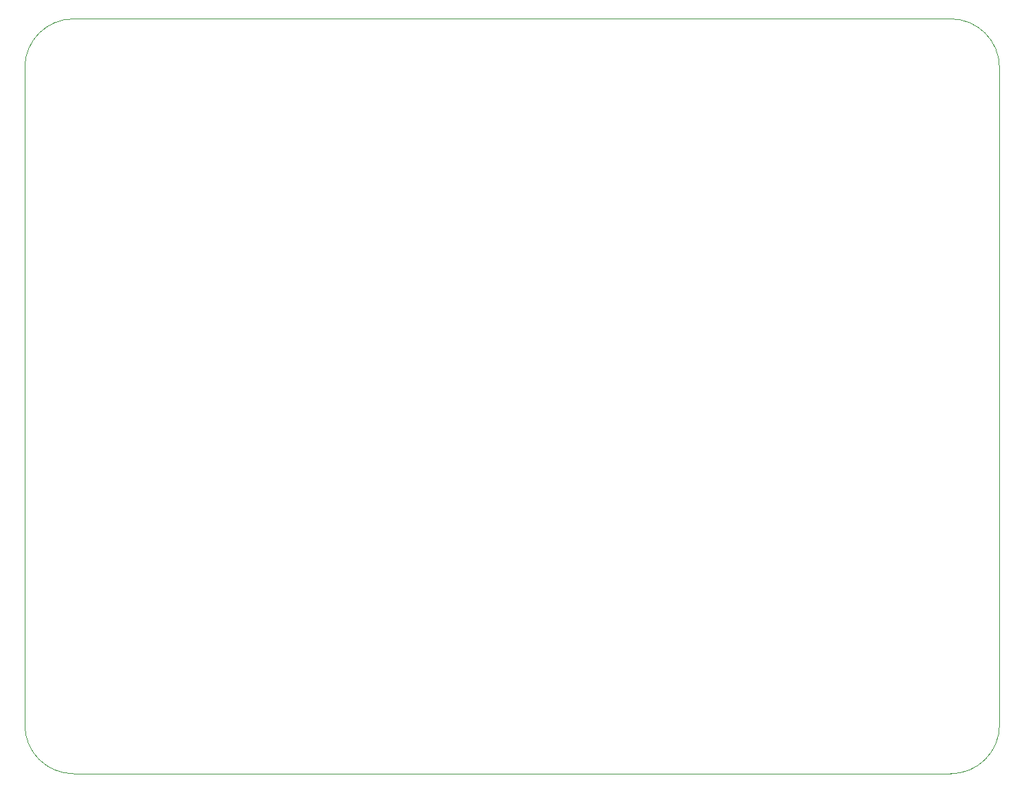
<source format=gbr>
%TF.GenerationSoftware,KiCad,Pcbnew,(5.99.0-9843-g93c991926f)*%
%TF.CreationDate,2021-06-06T23:03:54-04:00*%
%TF.ProjectId,nixieclock,6e697869-6563-46c6-9f63-6b2e6b696361,rev?*%
%TF.SameCoordinates,Original*%
%TF.FileFunction,Profile,NP*%
%FSLAX46Y46*%
G04 Gerber Fmt 4.6, Leading zero omitted, Abs format (unit mm)*
G04 Created by KiCad (PCBNEW (5.99.0-9843-g93c991926f)) date 2021-06-06 23:03:54*
%MOMM*%
%LPD*%
G01*
G04 APERTURE LIST*
%TA.AperFunction,Profile*%
%ADD10C,0.100000*%
%TD*%
G04 APERTURE END LIST*
D10*
X50000000Y-157000000D02*
G75*
G03*
X56000000Y-163000000I6000000J0D01*
G01*
X50000000Y-76000000D02*
X50000000Y-157000000D01*
X164000000Y-70000000D02*
X56000000Y-70000000D01*
X170000000Y-157000000D02*
X170000000Y-76000000D01*
X56000000Y-163000000D02*
X164000000Y-163000000D01*
X50000000Y-76000000D02*
G75*
G02*
X56000000Y-70000000I6000000J0D01*
G01*
X170000000Y-157000000D02*
G75*
G02*
X164000000Y-163000000I-6000000J0D01*
G01*
X170000000Y-76000000D02*
G75*
G03*
X164000000Y-70000000I-6000000J0D01*
G01*
M02*

</source>
